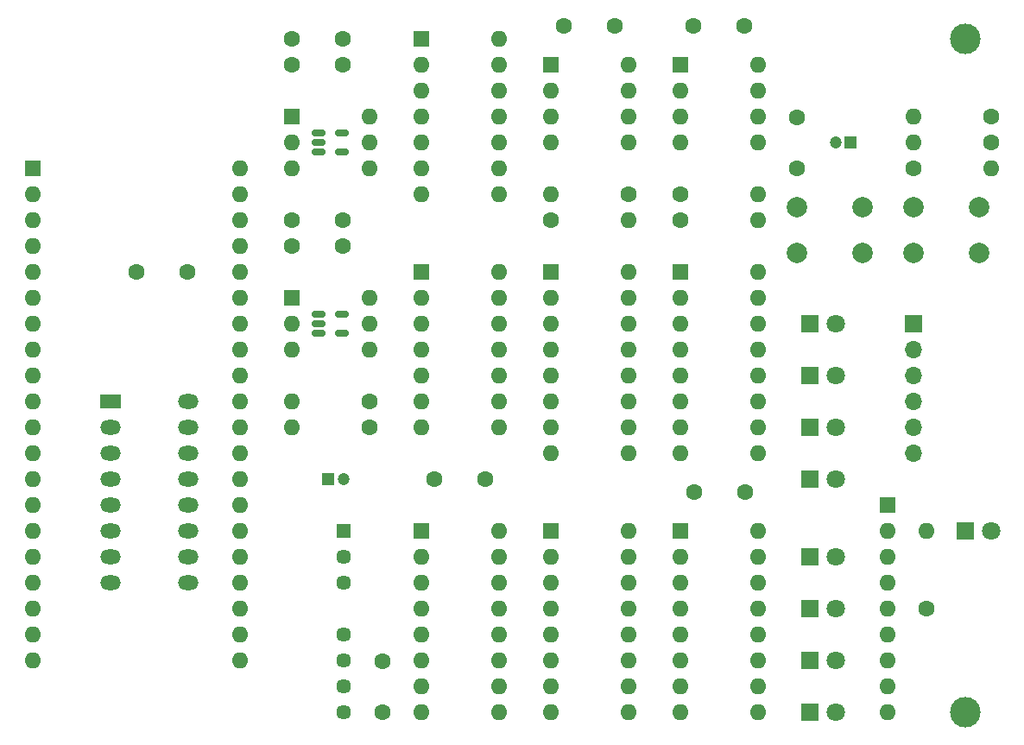
<source format=gbr>
%TF.GenerationSoftware,KiCad,Pcbnew,7.0.2*%
%TF.CreationDate,2023-05-12T21:33:33+09:00*%
%TF.ProjectId,EMUZ80_4004,454d555a-3830-45f3-9430-30342e6b6963,rev?*%
%TF.SameCoordinates,Original*%
%TF.FileFunction,Soldermask,Top*%
%TF.FilePolarity,Negative*%
%FSLAX46Y46*%
G04 Gerber Fmt 4.6, Leading zero omitted, Abs format (unit mm)*
G04 Created by KiCad (PCBNEW 7.0.2) date 2023-05-12 21:33:33*
%MOMM*%
%LPD*%
G01*
G04 APERTURE LIST*
G04 Aperture macros list*
%AMRoundRect*
0 Rectangle with rounded corners*
0 $1 Rounding radius*
0 $2 $3 $4 $5 $6 $7 $8 $9 X,Y pos of 4 corners*
0 Add a 4 corners polygon primitive as box body*
4,1,4,$2,$3,$4,$5,$6,$7,$8,$9,$2,$3,0*
0 Add four circle primitives for the rounded corners*
1,1,$1+$1,$2,$3*
1,1,$1+$1,$4,$5*
1,1,$1+$1,$6,$7*
1,1,$1+$1,$8,$9*
0 Add four rect primitives between the rounded corners*
20,1,$1+$1,$2,$3,$4,$5,0*
20,1,$1+$1,$4,$5,$6,$7,0*
20,1,$1+$1,$6,$7,$8,$9,0*
20,1,$1+$1,$8,$9,$2,$3,0*%
G04 Aperture macros list end*
%ADD10R,1.800000X1.800000*%
%ADD11C,1.800000*%
%ADD12C,3.000000*%
%ADD13R,1.600000X1.600000*%
%ADD14O,1.600000X1.600000*%
%ADD15C,1.600000*%
%ADD16R,1.200000X1.200000*%
%ADD17C,1.200000*%
%ADD18R,1.450000X1.450000*%
%ADD19C,1.450000*%
%ADD20C,2.000000*%
%ADD21RoundRect,0.150000X-0.512500X-0.150000X0.512500X-0.150000X0.512500X0.150000X-0.512500X0.150000X0*%
%ADD22R,2.000000X1.440000*%
%ADD23O,2.000000X1.440000*%
%ADD24R,1.700000X1.700000*%
%ADD25O,1.700000X1.700000*%
G04 APERTURE END LIST*
D10*
%TO.C,D3*%
X78740000Y-43180000D03*
D11*
X81280000Y-43180000D03*
%TD*%
D12*
%TO.C,REF\u002A\u002A*%
X93980000Y-71120000D03*
%TD*%
D13*
%TO.C,U7*%
X66040000Y-53340000D03*
D14*
X66040000Y-55880000D03*
X66040000Y-58420000D03*
X66040000Y-60960000D03*
X66040000Y-63500000D03*
X66040000Y-66040000D03*
X66040000Y-68580000D03*
X66040000Y-71120000D03*
X73660000Y-71120000D03*
X73660000Y-68580000D03*
X73660000Y-66040000D03*
X73660000Y-63500000D03*
X73660000Y-60960000D03*
X73660000Y-58420000D03*
X73660000Y-55880000D03*
X73660000Y-53340000D03*
%TD*%
D13*
%TO.C,U4*%
X53340000Y-53340000D03*
D14*
X53340000Y-55880000D03*
X53340000Y-58420000D03*
X53340000Y-60960000D03*
X53340000Y-63500000D03*
X53340000Y-66040000D03*
X53340000Y-68580000D03*
X53340000Y-71120000D03*
X60960000Y-71120000D03*
X60960000Y-68580000D03*
X60960000Y-66040000D03*
X60960000Y-63500000D03*
X60960000Y-60960000D03*
X60960000Y-58420000D03*
X60960000Y-55880000D03*
X60960000Y-53340000D03*
%TD*%
D15*
%TO.C,C13*%
X77470000Y-17780000D03*
X77470000Y-12780000D03*
%TD*%
D13*
%TO.C,U6*%
X66040000Y-27940000D03*
D14*
X66040000Y-30480000D03*
X66040000Y-33020000D03*
X66040000Y-35560000D03*
X66040000Y-38100000D03*
X66040000Y-40640000D03*
X66040000Y-43180000D03*
X66040000Y-45720000D03*
X73660000Y-45720000D03*
X73660000Y-43180000D03*
X73660000Y-40640000D03*
X73660000Y-38100000D03*
X73660000Y-35560000D03*
X73660000Y-33020000D03*
X73660000Y-30480000D03*
X73660000Y-27940000D03*
%TD*%
D13*
%TO.C,U5*%
X40640000Y-53340000D03*
D14*
X40640000Y-55880000D03*
X40640000Y-58420000D03*
X40640000Y-60960000D03*
X40640000Y-63500000D03*
X40640000Y-66040000D03*
X40640000Y-68580000D03*
X40640000Y-71120000D03*
X48260000Y-71120000D03*
X48260000Y-68580000D03*
X48260000Y-66040000D03*
X48260000Y-63500000D03*
X48260000Y-60960000D03*
X48260000Y-58420000D03*
X48260000Y-55880000D03*
X48260000Y-53340000D03*
%TD*%
D15*
%TO.C,R3*%
X96520000Y-12700000D03*
D14*
X88900000Y-12700000D03*
%TD*%
D13*
%TO.C,U12*%
X53340000Y-7620000D03*
D14*
X53340000Y-10160000D03*
X53340000Y-12700000D03*
X53340000Y-15240000D03*
X60960000Y-15240000D03*
X60960000Y-12700000D03*
X60960000Y-10160000D03*
X60960000Y-7620000D03*
%TD*%
D15*
%TO.C,R10*%
X66040000Y-22860000D03*
D14*
X73660000Y-22860000D03*
%TD*%
D12*
%TO.C,REF\u002A\u002A*%
X93980000Y-5080000D03*
%TD*%
D15*
%TO.C,C8*%
X12740000Y-27940000D03*
X17740000Y-27940000D03*
%TD*%
D13*
%TO.C,RN1*%
X86360000Y-50800000D03*
D14*
X86360000Y-53340000D03*
X86360000Y-55880000D03*
X86360000Y-58420000D03*
X86360000Y-60960000D03*
X86360000Y-63500000D03*
X86360000Y-66040000D03*
X86360000Y-68580000D03*
X86360000Y-71120000D03*
%TD*%
D15*
%TO.C,R7*%
X60960000Y-20320000D03*
D14*
X53340000Y-20320000D03*
%TD*%
D16*
%TO.C,C5*%
X31520000Y-48260000D03*
D17*
X33020000Y-48260000D03*
%TD*%
D15*
%TO.C,C9*%
X67390000Y-49530000D03*
X72390000Y-49530000D03*
%TD*%
D14*
%TO.C,U9*%
X35560000Y-33020000D03*
D13*
X27940000Y-30480000D03*
D14*
X27940000Y-33020000D03*
X27940000Y-35560000D03*
X35560000Y-35560000D03*
X35560000Y-30480000D03*
%TD*%
D13*
%TO.C,U2*%
X53340000Y-27940000D03*
D14*
X53340000Y-30480000D03*
X53340000Y-33020000D03*
X53340000Y-35560000D03*
X53340000Y-38100000D03*
X53340000Y-40640000D03*
X53340000Y-43180000D03*
X53340000Y-45720000D03*
X60960000Y-45720000D03*
X60960000Y-43180000D03*
X60960000Y-40640000D03*
X60960000Y-38100000D03*
X60960000Y-35560000D03*
X60960000Y-33020000D03*
X60960000Y-30480000D03*
X60960000Y-27940000D03*
%TD*%
D10*
%TO.C,D5*%
X78740000Y-55880000D03*
D11*
X81280000Y-55880000D03*
%TD*%
D10*
%TO.C,D4*%
X78740000Y-48260000D03*
D11*
X81280000Y-48260000D03*
%TD*%
D18*
%TO.C,U10*%
X33020000Y-53340000D03*
D19*
X33020000Y-55880000D03*
X33020000Y-58420000D03*
X33020000Y-63500000D03*
X33020000Y-66040000D03*
X33020000Y-68580000D03*
X33020000Y-71120000D03*
%TD*%
D15*
%TO.C,C6*%
X36830000Y-66120000D03*
X36830000Y-71120000D03*
%TD*%
D20*
%TO.C,SW2*%
X77470000Y-21590000D03*
X83970000Y-21590000D03*
X77470000Y-26090000D03*
X83970000Y-26090000D03*
%TD*%
D10*
%TO.C,D7*%
X78740000Y-66040000D03*
D11*
X81280000Y-66040000D03*
%TD*%
D15*
%TO.C,C2*%
X32940000Y-7620000D03*
X27940000Y-7620000D03*
%TD*%
D20*
%TO.C,SW1*%
X88900000Y-21590000D03*
X95400000Y-21590000D03*
X88900000Y-26090000D03*
X95400000Y-26090000D03*
%TD*%
D21*
%TO.C,REF\u002A\u002A*%
X30602500Y-32080000D03*
X30602500Y-33030000D03*
X30602500Y-33980000D03*
X32877500Y-33980000D03*
X32877500Y-32080000D03*
%TD*%
D13*
%TO.C,U11*%
X40640000Y-5080000D03*
D14*
X40640000Y-7620000D03*
X40640000Y-10160000D03*
X40640000Y-12700000D03*
X40640000Y-15240000D03*
X40640000Y-17780000D03*
X40640000Y-20320000D03*
X48260000Y-20320000D03*
X48260000Y-17780000D03*
X48260000Y-15240000D03*
X48260000Y-12700000D03*
X48260000Y-10160000D03*
X48260000Y-7620000D03*
X48260000Y-5080000D03*
%TD*%
D13*
%TO.C,U1*%
X40640000Y-27940000D03*
D14*
X40640000Y-30480000D03*
X40640000Y-33020000D03*
X40640000Y-35560000D03*
X40640000Y-38100000D03*
X40640000Y-40640000D03*
X40640000Y-43180000D03*
X48260000Y-43180000D03*
X48260000Y-40640000D03*
X48260000Y-38100000D03*
X48260000Y-35560000D03*
X48260000Y-33020000D03*
X48260000Y-30480000D03*
X48260000Y-27940000D03*
%TD*%
D15*
%TO.C,C4*%
X27940000Y-25400000D03*
X32940000Y-25400000D03*
%TD*%
D21*
%TO.C,REF\u002A\u002A*%
X30602500Y-14300000D03*
X30602500Y-15250000D03*
X30602500Y-16200000D03*
X32877500Y-16200000D03*
X32877500Y-14300000D03*
%TD*%
D22*
%TO.C,U3*%
X10160000Y-40640000D03*
D23*
X10160000Y-43180000D03*
X10160000Y-45720000D03*
X10160000Y-48260000D03*
X10160000Y-50800000D03*
X10160000Y-53340000D03*
X10160000Y-55880000D03*
X10160000Y-58420000D03*
X17780000Y-58420000D03*
X17780000Y-55880000D03*
X17780000Y-53340000D03*
X17780000Y-50800000D03*
X17780000Y-48260000D03*
X17780000Y-45720000D03*
X17780000Y-43180000D03*
X17780000Y-40640000D03*
%TD*%
D15*
%TO.C,R1*%
X35560000Y-40640000D03*
D14*
X27940000Y-40640000D03*
%TD*%
D15*
%TO.C,C3*%
X27940000Y-22860000D03*
X32940000Y-22860000D03*
%TD*%
%TO.C,C10*%
X54650000Y-3810000D03*
X59650000Y-3810000D03*
%TD*%
D13*
%TO.C,U13*%
X66040000Y-7620000D03*
D14*
X66040000Y-10160000D03*
X66040000Y-12700000D03*
X66040000Y-15240000D03*
X73660000Y-15240000D03*
X73660000Y-12700000D03*
X73660000Y-10160000D03*
X73660000Y-7620000D03*
%TD*%
D15*
%TO.C,R9*%
X66040000Y-20320000D03*
D14*
X73660000Y-20320000D03*
%TD*%
D10*
%TO.C,D8*%
X78740000Y-71120000D03*
D11*
X81280000Y-71120000D03*
%TD*%
D15*
%TO.C,R8*%
X53340000Y-22860000D03*
D14*
X60960000Y-22860000D03*
%TD*%
D10*
%TO.C,D2*%
X78740000Y-38100000D03*
D11*
X81280000Y-38100000D03*
%TD*%
D15*
%TO.C,C7*%
X41910000Y-48260000D03*
X46910000Y-48260000D03*
%TD*%
D13*
%TO.C,J1*%
X2540000Y-17780000D03*
D14*
X2540000Y-20320000D03*
X2540000Y-22860000D03*
X2540000Y-25400000D03*
X2540000Y-27940000D03*
X2540000Y-30480000D03*
X2540000Y-33020000D03*
X2540000Y-35560000D03*
X2540000Y-38100000D03*
X2540000Y-40640000D03*
X2540000Y-43180000D03*
X2540000Y-45720000D03*
X2540000Y-48260000D03*
X2540000Y-50800000D03*
X2540000Y-53340000D03*
X2540000Y-55880000D03*
X2540000Y-58420000D03*
X2540000Y-60960000D03*
X2540000Y-63500000D03*
X2540000Y-66040000D03*
X22860000Y-66040000D03*
X22860000Y-63500000D03*
X22860000Y-60960000D03*
X22860000Y-58420000D03*
X22860000Y-55880000D03*
X22860000Y-53340000D03*
X22860000Y-50800000D03*
X22860000Y-48260000D03*
X22860000Y-45720000D03*
X22860000Y-43180000D03*
X22860000Y-40640000D03*
X22860000Y-38100000D03*
X22860000Y-35560000D03*
X22860000Y-33020000D03*
X22860000Y-30480000D03*
X22860000Y-27940000D03*
X22860000Y-25400000D03*
X22860000Y-22860000D03*
X22860000Y-20320000D03*
X22860000Y-17780000D03*
%TD*%
D15*
%TO.C,R5*%
X90170000Y-60960000D03*
D14*
X90170000Y-53340000D03*
%TD*%
D10*
%TO.C,D6*%
X78740000Y-60960000D03*
D11*
X81280000Y-60960000D03*
%TD*%
D10*
%TO.C,D9*%
X93980000Y-53340000D03*
D11*
X96520000Y-53340000D03*
%TD*%
D10*
%TO.C,D1*%
X78740000Y-33020000D03*
D11*
X81280000Y-33020000D03*
%TD*%
D15*
%TO.C,R2*%
X35560000Y-43180000D03*
D14*
X27940000Y-43180000D03*
%TD*%
%TO.C,U8*%
X35560000Y-15240000D03*
D13*
X27940000Y-12700000D03*
D14*
X27940000Y-15240000D03*
X27940000Y-17780000D03*
X35560000Y-17780000D03*
X35560000Y-12700000D03*
%TD*%
D24*
%TO.C,J2*%
X88900000Y-33020000D03*
D25*
X88900000Y-35560000D03*
X88900000Y-38100000D03*
X88900000Y-40640000D03*
X88900000Y-43180000D03*
X88900000Y-45720000D03*
%TD*%
D15*
%TO.C,R6*%
X88900000Y-17780000D03*
D14*
X96520000Y-17780000D03*
%TD*%
D15*
%TO.C,C11*%
X67350000Y-3810000D03*
X72350000Y-3810000D03*
%TD*%
D16*
%TO.C,C12*%
X82780000Y-15240000D03*
D17*
X81280000Y-15240000D03*
%TD*%
D15*
%TO.C,C1*%
X32940000Y-5080000D03*
X27940000Y-5080000D03*
%TD*%
%TO.C,R4*%
X96520000Y-15240000D03*
D14*
X88900000Y-15240000D03*
%TD*%
M02*

</source>
